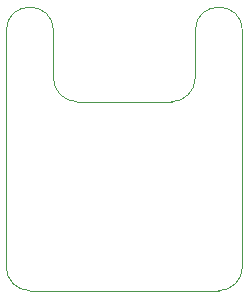
<source format=gbr>
%TF.GenerationSoftware,KiCad,Pcbnew,(5.1.9)-1*%
%TF.CreationDate,2021-08-13T00:28:10+01:00*%
%TF.ProjectId,heli-servo-board,68656c69-2d73-4657-9276-6f2d626f6172,rev?*%
%TF.SameCoordinates,Original*%
%TF.FileFunction,Profile,NP*%
%FSLAX46Y46*%
G04 Gerber Fmt 4.6, Leading zero omitted, Abs format (unit mm)*
G04 Created by KiCad (PCBNEW (5.1.9)-1) date 2021-08-13 00:28:10*
%MOMM*%
%LPD*%
G01*
G04 APERTURE LIST*
%TA.AperFunction,Profile*%
%ADD10C,0.050000*%
%TD*%
G04 APERTURE END LIST*
D10*
X164000000Y-148000000D02*
X172000000Y-148000000D01*
X174000000Y-146000000D02*
X174000000Y-142000000D01*
X162000000Y-146000000D02*
X162000000Y-142000000D01*
X174000000Y-146000000D02*
G75*
G02*
X172000000Y-148000000I-2000000J0D01*
G01*
X164000000Y-148000000D02*
G75*
G02*
X162000000Y-146000000I0J2000000D01*
G01*
X160000000Y-164000000D02*
X176000000Y-164000000D01*
X178000000Y-142000000D02*
X178000000Y-162000000D01*
X158000000Y-162000000D02*
X158000000Y-142000000D01*
X178000000Y-162000000D02*
G75*
G02*
X176000000Y-164000000I-2000000J0D01*
G01*
X174000000Y-142000000D02*
G75*
G02*
X178000000Y-142000000I2000000J0D01*
G01*
X158000000Y-142000000D02*
G75*
G02*
X162000000Y-142000000I2000000J0D01*
G01*
X160000000Y-164000000D02*
G75*
G02*
X158000000Y-162000000I0J2000000D01*
G01*
M02*

</source>
